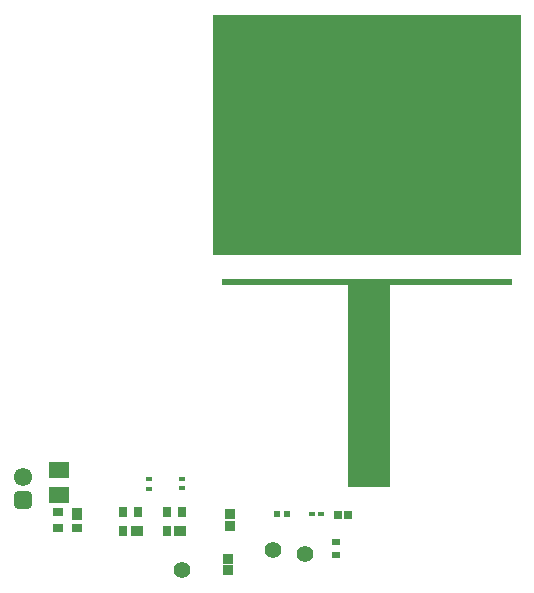
<source format=gts>
G04*
G04 #@! TF.GenerationSoftware,Altium Limited,Altium Designer,24.5.2 (23)*
G04*
G04 Layer_Color=8388736*
%FSLAX44Y44*%
%MOMM*%
G71*
G04*
G04 #@! TF.SameCoordinates,38DC1C0D-580C-4CDA-A678-22B3372D846F*
G04*
G04*
G04 #@! TF.FilePolarity,Negative*
G04*
G01*
G75*
%ADD16R,0.7725X0.6274*%
%ADD20R,0.6153X0.5725*%
%ADD21R,0.5541X0.4627*%
%ADD22R,0.5000X0.4000*%
%ADD26C,1.5240*%
%ADD27R,26.0766X20.4386*%
%ADD28R,24.6010X0.5000*%
%ADD29R,3.5300X17.4383*%
%ADD30R,0.7500X0.9500*%
%ADD31R,0.8700X0.9100*%
%ADD32R,1.6740X1.6740*%
%ADD33R,1.7000X1.4000*%
%ADD34R,0.6900X0.7500*%
%ADD35R,1.0500X0.9500*%
%ADD36R,0.9500X0.7500*%
%ADD37R,0.9500X1.0500*%
%ADD38C,1.5500*%
G04:AMPARAMS|DCode=39|XSize=1.55mm|YSize=1.55mm|CornerRadius=0.425mm|HoleSize=0mm|Usage=FLASHONLY|Rotation=90.000|XOffset=0mm|YOffset=0mm|HoleType=Round|Shape=RoundedRectangle|*
%AMROUNDEDRECTD39*
21,1,1.5500,0.7000,0,0,90.0*
21,1,0.7000,1.5500,0,0,90.0*
1,1,0.8500,0.3500,0.3500*
1,1,0.8500,0.3500,-0.3500*
1,1,0.8500,-0.3500,-0.3500*
1,1,0.8500,-0.3500,0.3500*
%
%ADD39ROUNDEDRECTD39*%
%ADD40C,1.4200*%
D16*
X473710Y93689D02*
D03*
Y104140D02*
D03*
D20*
X423704Y128125D02*
D03*
X432276D02*
D03*
D21*
X460476Y127979D02*
D03*
X453390D02*
D03*
D22*
X342900Y157670D02*
D03*
Y149670D02*
D03*
X314960Y157525D02*
D03*
Y149525D02*
D03*
D26*
X501270Y162400D02*
D03*
D27*
X500000Y448941D02*
D03*
D28*
X499425Y324248D02*
D03*
D29*
X501028Y238080D02*
D03*
D30*
X330050Y113775D02*
D03*
X343050Y129775D02*
D03*
X330050D02*
D03*
X293220Y113775D02*
D03*
X306220Y129775D02*
D03*
X293220D02*
D03*
D31*
X382270Y80225D02*
D03*
Y90025D02*
D03*
X383540Y118145D02*
D03*
Y127945D02*
D03*
D32*
X501270Y162400D02*
D03*
D33*
X238760Y144545D02*
D03*
Y165045D02*
D03*
D34*
X483525Y127000D02*
D03*
X475325D02*
D03*
D35*
X341550Y113775D02*
D03*
X304720D02*
D03*
D36*
X254380Y116545D02*
D03*
X238380Y129545D02*
D03*
Y116545D02*
D03*
D37*
X254380Y128045D02*
D03*
D38*
X500000Y316750D02*
D03*
X208280Y159715D02*
D03*
D39*
Y139715D02*
D03*
D40*
X342685Y80225D02*
D03*
X447040Y93835D02*
D03*
X420370Y97645D02*
D03*
M02*

</source>
